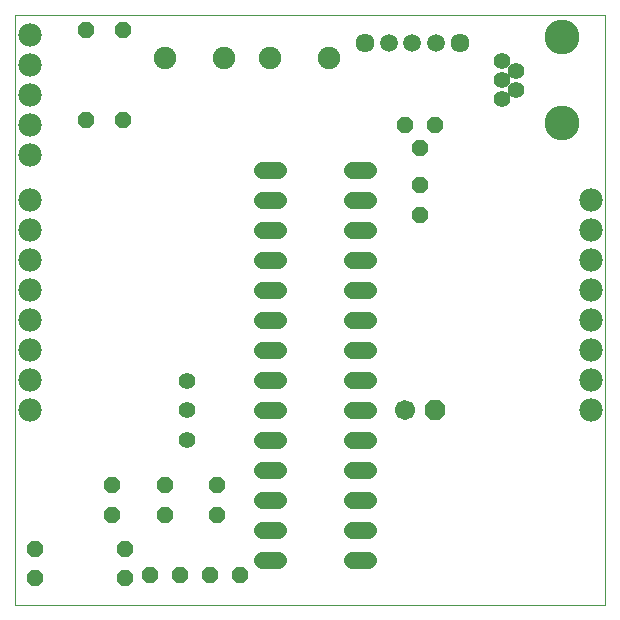
<source format=gts>
G75*
%MOIN*%
%OFA0B0*%
%FSLAX25Y25*%
%IPPOS*%
%LPD*%
%AMOC8*
5,1,8,0,0,1.08239X$1,22.5*
%
%ADD10C,0.00000*%
%ADD11C,0.07800*%
%ADD12OC8,0.05600*%
%ADD13C,0.06700*%
%ADD14OC8,0.06700*%
%ADD15C,0.05550*%
%ADD16C,0.11620*%
%ADD17C,0.05600*%
%ADD18C,0.05943*%
%ADD19C,0.06337*%
%ADD20C,0.07487*%
D10*
X0001800Y0001800D02*
X0001800Y0198650D01*
X0198650Y0198650D01*
X0198650Y0001800D01*
X0001800Y0001800D01*
D11*
X0006800Y0066800D03*
X0006800Y0076800D03*
X0006800Y0086800D03*
X0006800Y0096800D03*
X0006800Y0106800D03*
X0006800Y0116800D03*
X0006800Y0126800D03*
X0006800Y0136800D03*
X0006800Y0151800D03*
X0006800Y0161800D03*
X0006800Y0171800D03*
X0006800Y0181800D03*
X0006800Y0191800D03*
X0193800Y0136800D03*
X0193800Y0126800D03*
X0193800Y0116800D03*
X0193800Y0106800D03*
X0193800Y0096800D03*
X0193800Y0086800D03*
X0193800Y0076800D03*
X0193800Y0066800D03*
D12*
X0136800Y0131800D03*
X0136800Y0141800D03*
X0136800Y0154300D03*
X0131800Y0161800D03*
X0141800Y0161800D03*
X0038020Y0163611D03*
X0025402Y0163611D03*
X0025402Y0193611D03*
X0038020Y0193611D03*
X0034300Y0041800D03*
X0034300Y0031800D03*
X0038611Y0020461D03*
X0038611Y0010816D03*
X0046800Y0011800D03*
X0056800Y0011800D03*
X0066800Y0011800D03*
X0076800Y0011800D03*
X0069300Y0031800D03*
X0069300Y0041800D03*
X0051800Y0041800D03*
X0051800Y0031800D03*
X0008611Y0020461D03*
X0008611Y0010816D03*
D13*
X0131800Y0066800D03*
D14*
X0141800Y0066800D03*
D15*
X0059300Y0066800D03*
X0059300Y0056957D03*
X0059300Y0076643D03*
X0164221Y0170501D03*
X0168946Y0173650D03*
X0164221Y0176800D03*
X0168946Y0179950D03*
X0164221Y0183099D03*
D16*
X0184300Y0191170D03*
X0184300Y0162430D03*
D17*
X0119400Y0146800D02*
X0114200Y0146800D01*
X0114200Y0136800D02*
X0119400Y0136800D01*
X0119400Y0126800D02*
X0114200Y0126800D01*
X0114200Y0116800D02*
X0119400Y0116800D01*
X0119400Y0106800D02*
X0114200Y0106800D01*
X0114200Y0096800D02*
X0119400Y0096800D01*
X0119400Y0086800D02*
X0114200Y0086800D01*
X0114200Y0076800D02*
X0119400Y0076800D01*
X0119400Y0066800D02*
X0114200Y0066800D01*
X0114200Y0056800D02*
X0119400Y0056800D01*
X0119400Y0046800D02*
X0114200Y0046800D01*
X0114200Y0036800D02*
X0119400Y0036800D01*
X0119400Y0026800D02*
X0114200Y0026800D01*
X0114200Y0016800D02*
X0119400Y0016800D01*
X0089400Y0016800D02*
X0084200Y0016800D01*
X0084200Y0026800D02*
X0089400Y0026800D01*
X0089400Y0036800D02*
X0084200Y0036800D01*
X0084200Y0046800D02*
X0089400Y0046800D01*
X0089400Y0056800D02*
X0084200Y0056800D01*
X0084200Y0066800D02*
X0089400Y0066800D01*
X0089400Y0076800D02*
X0084200Y0076800D01*
X0084200Y0086800D02*
X0089400Y0086800D01*
X0089400Y0096800D02*
X0084200Y0096800D01*
X0084200Y0106800D02*
X0089400Y0106800D01*
X0089400Y0116800D02*
X0084200Y0116800D01*
X0084200Y0126800D02*
X0089400Y0126800D01*
X0089400Y0136800D02*
X0084200Y0136800D01*
X0084200Y0146800D02*
X0089400Y0146800D01*
D18*
X0126426Y0189300D03*
X0134300Y0189300D03*
X0142174Y0189300D03*
D19*
X0150048Y0189300D03*
X0118552Y0189300D03*
D20*
X0106485Y0184300D03*
X0086800Y0184300D03*
X0071643Y0184300D03*
X0051957Y0184300D03*
M02*

</source>
